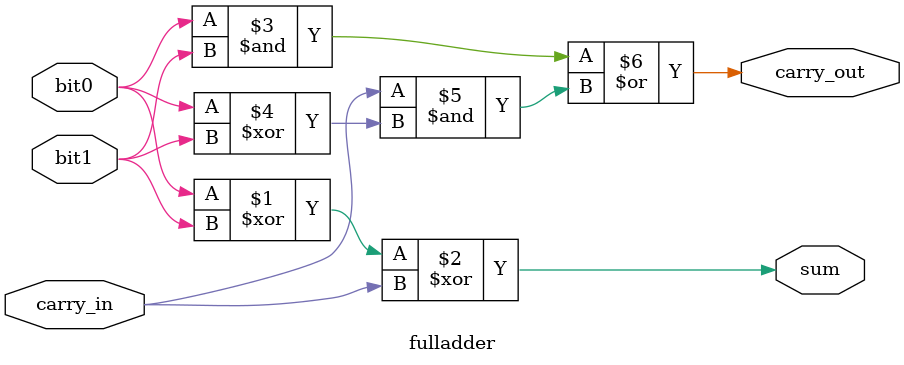
<source format=v>

`timescale 1ns / 1ps

module fulladder(
    input bit0,
    input bit1,
    input carry_in,
    output sum,
    output carry_out
    );
    
    assign sum = (bit0 ^ bit1) ^ carry_in;
    assign carry_out = (bit0 & bit1) | (carry_in & (bit0 ^ bit1));
    
endmodule

</source>
